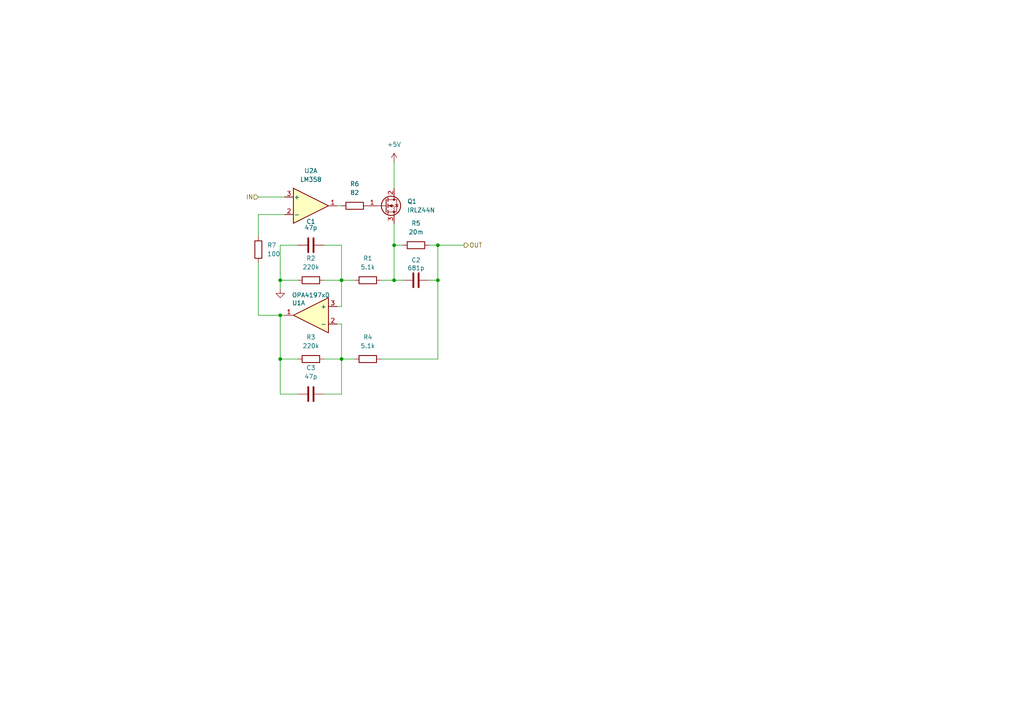
<source format=kicad_sch>
(kicad_sch (version 20250114) (generator "eeschema") (generator_version "9.0")
  (paper "A4")
  (lib_symbols
    (symbol "Amplifier_Operational:LM358" (pin_names (offset 0.127))
      (property "Reference" "U" (at 0 5.08 0))
      (property "Value" "LM358" (at 0 -5.08 0))
      (symbol "LM358_1_1"
        (polyline (pts (xy -5.08 5.08) (xy 5.08 0) (xy -5.08 -5.08) (xy -5.08 5.08)) (stroke (width 0.254)) (fill (type background)))
        (pin input line (at -7.62 2.54 0) (length 2.54) (name "+") (number "3"))
        (pin input line (at -7.62 -2.54 0) (length 2.54) (name "-") (number "2"))
        (pin output line (at 7.62 0 180) (length 2.54) (name "~") (number "1"))
      )
      (symbol "LM358_2_1"
        (polyline (pts (xy -5.08 5.08) (xy 5.08 0) (xy -5.08 -5.08) (xy -5.08 5.08)) (stroke (width 0.254)) (fill (type background)))
        (pin input line (at -7.62 2.54 0) (length 2.54) (name "+") (number "5"))
        (pin input line (at -7.62 -2.54 0) (length 2.54) (name "-") (number "6"))
        (pin output line (at 7.62 0 180) (length 2.54) (name "~") (number "7"))
      )
      (symbol "LM358_3_1"
        (pin power_in line (at -2.54 7.62 270) (length 3.81) (name "V+") (number "8"))
        (pin power_in line (at -2.54 -7.62 90) (length 3.81) (name "V-") (number "4"))
      )
    )
    (symbol "Amplifier_Operational:OPA4197xD"
      (property "Reference" "U" (at 0 3.81 0))
      (property "Value" "OPA4197xD" (at 0 -3.81 0))
      (symbol "OPA4197xD_1_1"
        (polyline (pts (xy -5.08 5.08) (xy 5.08 0) (xy -5.08 -5.08) (xy -5.08 5.08)) (stroke (width 0.254)) (fill (type background)))
        (pin input line (at -7.62 2.54 0) (length 2.54) (name "+") (number "3"))
        (pin input line (at -7.62 -2.54 0) (length 2.54) (name "-") (number "2"))
        (pin output line (at 7.62 0 180) (length 2.54) (name "~") (number "1"))
      )
      (symbol "OPA4197xD_2_1"
        (polyline (pts (xy -5.08 5.08) (xy 5.08 0) (xy -5.08 -5.08) (xy -5.08 5.08)) (stroke (width 0.254)) (fill (type background)))
        (pin input line (at -7.62 2.54 0) (length 2.54) (name "+") (number "5"))
        (pin input line (at -7.62 -2.54 0) (length 2.54) (name "-") (number "6"))
        (pin output line (at 7.62 0 180) (length 2.54) (name "~") (number "7"))
      )
      (symbol "OPA4197xD_3_1"
        (polyline (pts (xy -5.08 5.08) (xy 5.08 0) (xy -5.08 -5.08) (xy -5.08 5.08)) (stroke (width 0.254)) (fill (type background)))
        (pin input line (at -7.62 2.54 0) (length 2.54) (name "+") (number "10"))
        (pin input line (at -7.62 -2.54 0) (length 2.54) (name "-") (number "9"))
        (pin output line (at 7.62 0 180) (length 2.54) (name "~") (number "8"))
      )
      (symbol "OPA4197xD_4_1"
        (polyline (pts (xy -5.08 5.08) (xy 5.08 0) (xy -5.08 -5.08) (xy -5.08 5.08)) (stroke (width 0.254)) (fill (type background)))
        (pin input line (at -7.62 2.54 0) (length 2.54) (name "+") (number "12"))
        (pin input line (at -7.62 -2.54 0) (length 2.54) (name "-") (number "13"))
        (pin output line (at 7.62 0 180) (length 2.54) (name "~") (number "14"))
      )
      (symbol "OPA4197xD_5_1"
        (pin power_in line (at -2.54 7.62 270) (length 3.81) (name "V+") (number "4"))
        (pin power_in line (at -2.54 -7.62 90) (length 3.81) (name "V-") (number "11"))
      )
    )
    (symbol "Device:C" (pin_numbers (hide yes)) (pin_names (offset 0.254))
      (property "Reference" "C" (at 0.635 2.54 0))
      (property "Value" "C" (at 0.635 -2.54 0))
      (symbol "C_0_1"
        (polyline (pts (xy -2.032 0.762) (xy 2.032 0.762)) (stroke (width 0.508)))
        (polyline (pts (xy -2.032 -0.762) (xy 2.032 -0.762)) (stroke (width 0.508)))
      )
      (symbol "C_1_1"
        (pin passive line (at 0 3.81 270) (length 2.794) (name "~") (number "1"))
        (pin passive line (at 0 -3.81 90) (length 2.794) (name "~") (number "2"))
      )
    )
    (symbol "Device:R" (pin_numbers (hide yes)) (pin_names (offset 0))
      (property "Reference" "R" (at 2.032 0 90))
      (property "Value" "R" (at 0 0 90))
      (symbol "R_0_1"
        (rectangle (start -1.016 -2.54) (end 1.016 2.54) (stroke (width 0.254)))
      )
      (symbol "R_1_1"
        (pin passive line (at 0 3.81 270) (length 1.27) (name "~") (number "1"))
        (pin passive line (at 0 -3.81 90) (length 1.27) (name "~") (number "2"))
      )
    )
    (symbol "Transistor_FET:IRLZ44N" (pin_names (hide yes))
      (property "Reference" "Q" (at 5.08 1.905 0))
      (property "Value" "IRLZ44N" (at 5.08 0 0))
      (symbol "IRLZ44N_0_1"
        (polyline (pts (xy 0.254 1.905) (xy 0.254 -1.905)) (stroke (width 0.254)))
        (polyline (pts (xy 0.254 0) (xy -2.54 0)))
        (polyline (pts (xy 0.762 2.286) (xy 0.762 1.27)) (stroke (width 0.254)))
        (polyline (pts (xy 0.762 0.508) (xy 0.762 -0.508)) (stroke (width 0.254)))
        (polyline (pts (xy 0.762 -1.27) (xy 0.762 -2.286)) (stroke (width 0.254)))
        (polyline (pts (xy 0.762 -1.778) (xy 3.302 -1.778) (xy 3.302 1.778) (xy 0.762 1.778)))
        (polyline (pts (xy 1.016 0) (xy 2.032 0.381) (xy 2.032 -0.381) (xy 1.016 0)) (fill (type outline)))
        (circle (center 1.651 0) (radius 2.794) (stroke (width 0.254)))
        (polyline (pts (xy 2.54 2.54) (xy 2.54 1.778)))
        (circle (center 2.54 1.778) (radius 0.254) (fill (type outline)))
        (circle (center 2.54 -1.778) (radius 0.254) (fill (type outline)))
        (polyline (pts (xy 2.54 -2.54) (xy 2.54 0) (xy 0.762 0)))
        (polyline (pts (xy 2.794 0.508) (xy 2.921 0.381) (xy 3.683 0.381) (xy 3.81 0.254)))
        (polyline (pts (xy 3.302 0.381) (xy 2.921 -0.254) (xy 3.683 -0.254) (xy 3.302 0.381)))
      )
      (symbol "IRLZ44N_1_1"
        (pin input line (at -5.08 0 0) (length 2.54) (name "G") (number "1"))
        (pin passive line (at 2.54 5.08 270) (length 2.54) (name "D") (number "2"))
        (pin passive line (at 2.54 -5.08 90) (length 2.54) (name "S") (number "3"))
      )
    )
    (symbol "power:+5V" (power) (pin_numbers (hide yes)) (pin_names (offset 0) (hide yes))
      (property "Value" "+5V" (at 0 3.556 0))
      (symbol "+5V_0_1"
        (polyline (pts (xy -0.762 1.27) (xy 0 2.54)))
        (polyline (pts (xy 0 2.54) (xy 0.762 1.27)))
        (polyline (pts (xy 0 0) (xy 0 2.54)))
      )
      (symbol "+5V_1_1"
        (pin power_in line (at 0 0 90) (length 0) (name "~") (number "1"))
      )
    )
    (symbol "power:GND" (power) (pin_numbers (hide yes)) (pin_names (offset 0) (hide yes))
      (property "Value" "GND" (at 0 -3.81 0))
      (symbol "GND_0_1"
        (polyline (pts (xy 0 0) (xy 0 -1.27) (xy 1.27 -1.27) (xy 0 -2.54) (xy -1.27 -1.27) (xy 0 -1.27)))
      )
      (symbol "GND_1_1"
        (pin power_in line (at 0 0 270) (length 0) (name "~") (number "1"))
      )
    )
  )
  (junction (at 127 71.12))
  (junction (at 81.28 81.28))
  (junction (at 81.28 91.44))
  (junction (at 81.28 104.14))
  (junction (at 99.06 104.14))
  (junction (at 99.06 81.28))
  (junction (at 114.3 81.28))
  (junction (at 127 81.28))
  (junction (at 114.3 71.12))
  (wire (pts (xy 81.28 114.3) (xy 81.28 104.14)))
  (wire (pts (xy 110.49 81.28) (xy 114.3 81.28)))
  (wire (pts (xy 81.28 81.28) (xy 81.28 83.82)))
  (wire (pts (xy 97.79 88.9) (xy 99.06 88.9)))
  (wire (pts (xy 99.06 88.9) (xy 99.06 81.28)))
  (wire (pts (xy 99.06 81.28) (xy 102.87 81.28)))
  (wire (pts (xy 114.3 46.99) (xy 114.3 54.61)))
  (wire (pts (xy 93.98 104.14) (xy 99.06 104.14)))
  (wire (pts (xy 110.49 104.14) (xy 127 104.14)))
  (wire (pts (xy 81.28 104.14) (xy 81.28 91.44)))
  (wire (pts (xy 74.93 57.15) (xy 82.55 57.15)))
  (wire (pts (xy 99.06 104.14) (xy 102.87 104.14)))
  (wire (pts (xy 74.93 68.58) (xy 74.93 62.23)))
  (wire (pts (xy 97.79 93.98) (xy 99.06 93.98)))
  (wire (pts (xy 127 71.12) (xy 134.62 71.12)))
  (wire (pts (xy 114.3 81.28) (xy 116.84 81.28)))
  (wire (pts (xy 99.06 93.98) (xy 99.06 104.14)))
  (wire (pts (xy 116.84 71.12) (xy 114.3 71.12)))
  (wire (pts (xy 81.28 91.44) (xy 74.93 91.44)))
  (wire (pts (xy 99.06 81.28) (xy 93.98 81.28)))
  (wire (pts (xy 97.79 59.69) (xy 99.06 59.69)))
  (wire (pts (xy 81.28 71.12) (xy 81.28 81.28)))
  (wire (pts (xy 114.3 71.12) (xy 114.3 81.28)))
  (wire (pts (xy 74.93 62.23) (xy 82.55 62.23)))
  (wire (pts (xy 86.36 114.3) (xy 81.28 114.3)))
  (wire (pts (xy 81.28 81.28) (xy 86.36 81.28)))
  (wire (pts (xy 124.46 81.28) (xy 127 81.28)))
  (wire (pts (xy 93.98 114.3) (xy 99.06 114.3)))
  (wire (pts (xy 99.06 71.12) (xy 99.06 81.28)))
  (wire (pts (xy 114.3 64.77) (xy 114.3 71.12)))
  (wire (pts (xy 93.98 71.12) (xy 99.06 71.12)))
  (wire (pts (xy 127 71.12) (xy 127 81.28)))
  (wire (pts (xy 124.46 71.12) (xy 127 71.12)))
  (wire (pts (xy 86.36 104.14) (xy 81.28 104.14)))
  (wire (pts (xy 127 104.14) (xy 127 81.28)))
  (wire (pts (xy 99.06 114.3) (xy 99.06 104.14)))
  (wire (pts (xy 81.28 91.44) (xy 82.55 91.44)))
  (wire (pts (xy 86.36 71.12) (xy 81.28 71.12)))
  (wire (pts (xy 74.93 91.44) (xy 74.93 76.2)))
  (hierarchical_label "OUT" (shape output) (at 134.62 71.12 0))
  (hierarchical_label "IN" (shape input) (at 74.93 57.15 180))
  (symbol (lib_id "power:GND") (at 81.28 83.82 0) (unit 1)
    (property "Reference" "#PWR01" (effects (hide yes)))
    (property "Value" "GND" (effects (hide yes)))
    (property "Description" "Power symbol creates a global label with name \"GND\" , ground" (effects (hide yes)))
  )
  (symbol (lib_id "Transistor_FET:IRLZ44N") (at 111.76 59.69 0) (unit 1)
    (property "Reference" "Q1" (at 118.11 58.4199 0) (effects (justify left)))
    (property "Value" "IRLZ44N" (at 118.11 60.9599 0) (effects (justify left)))
    (property "Footprint" "Package_TO_SOT_THT:TO-220-3_Vertical" (effects (hide yes)))
    (property "Datasheet" "http://www.irf.com/product-info/datasheets/data/irlz44n.pdf" (effects (hide yes)))
    (property "Description" "47A Id, 55V Vds, 22mOhm Rds Single N-Channel HEXFET Power MOSFET, TO-220AB" (effects (hide yes)))
  )
  (symbol (lib_id "Device:C") (at 120.65 81.28 90) (unit 1)
    (property "Reference" "C2" (at 120.65 75.438 90))
    (property "Value" "681p" (at 120.65 77.724 90))
    (property "Description" "Unpolarized capacitor" (effects (hide yes)))
  )
  (symbol (lib_id "Device:R") (at 90.17 81.28 90) (unit 1)
    (property "Reference" "R2" (at 90.17 74.93 90))
    (property "Value" "220k" (at 90.17 77.47 90))
    (property "Description" "Resistor" (effects (hide yes)))
  )
  (symbol (lib_id "Device:R") (at 120.65 71.12 90) (unit 1)
    (property "Reference" "R5" (at 120.65 64.77 90))
    (property "Value" "20m" (at 120.65 67.31 90))
    (property "Description" "Resistor" (effects (hide yes)))
  )
  (symbol (lib_id "Device:R") (at 106.68 81.28 90) (unit 1)
    (property "Reference" "R1" (at 106.68 74.93 90))
    (property "Value" "5.1k" (at 106.68 77.47 90))
    (property "Description" "Resistor" (effects (hide yes)))
  )
  (symbol (lib_id "Device:C") (at 90.17 71.12 90) (unit 1)
    (property "Reference" "C1" (at 90.17 64.262 90))
    (property "Value" "47p" (at 90.17 66.04 90))
    (property "Description" "Unpolarized capacitor" (effects (hide yes)))
  )
  (symbol (lib_id "Device:R") (at 106.68 104.14 90) (unit 1)
    (property "Reference" "R4" (at 106.68 97.79 90))
    (property "Value" "5.1k" (at 106.68 100.33 90))
    (property "Description" "Resistor" (effects (hide yes)))
  )
  (symbol (lib_id "Amplifier_Operational:OPA4197xD") (at 90.17 91.44 0) (mirror y) (unit 1)
    (property "Reference" "U1" (at 86.614 87.884 0))
    (property "Value" "OPA4197xD" (at 90.17 85.598 0))
    (property "Footprint" "Package_SO:SOIC-14_3.9x8.7mm_P1.27mm" (effects (hide yes)))
    (property "Datasheet" "http://www.ti.com/lit/ds/symlink/opa4197.pdf" (effects (hide yes)))
    (property "Description" "Quad 36V, Precision, Rail-to-Rail Input/Output, Low Offset Voltage, Operational Amplifier, SOIC-14" (effects (hide yes)))
  )
  (symbol (lib_id "Device:R") (at 74.93 72.39 180) (unit 1)
    (property "Reference" "R7" (at 77.47 71.1199 0) (effects (justify right)))
    (property "Value" "100" (at 77.47 73.6599 0) (effects (justify right)))
    (property "Description" "Resistor" (effects (hide yes)))
  )
  (symbol (lib_id "Device:R") (at 102.87 59.69 90) (unit 1)
    (property "Reference" "R6" (at 102.87 53.34 90))
    (property "Value" "82" (at 102.87 55.88 90))
    (property "Description" "Resistor" (effects (hide yes)))
  )
  (symbol (lib_id "Amplifier_Operational:LM358") (at 90.17 59.69 0) (unit 1)
    (property "Reference" "U2" (at 90.17 49.53 0))
    (property "Value" "LM358" (at 90.17 52.07 0))
    (property "Datasheet" "http://www.ti.com/lit/ds/symlink/lm2904-n.pdf" (effects (hide yes)))
    (property "Description" "Low-Power, Dual Operational Amplifiers, DIP-8/SOIC-8/TO-99-8" (effects (hide yes)))
  )
  (symbol (lib_id "power:+5V") (at 114.3 46.99 0) (unit 1)
    (property "Reference" "#PWR02" (effects (hide yes)))
    (property "Value" "+5V" (at 114.3 41.91 0))
    (property "Description" "Power symbol creates a global label with name \"+5V\"" (effects (hide yes)))
  )
  (symbol (lib_id "Device:C") (at 90.17 114.3 90) (unit 1)
    (property "Reference" "C3" (at 90.17 106.68 90))
    (property "Value" "47p" (at 90.17 109.22 90))
    (property "Description" "Unpolarized capacitor" (effects (hide yes)))
  )
  (symbol (lib_id "Device:R") (at 90.17 104.14 90) (unit 1)
    (property "Reference" "R3" (at 90.17 97.79 90))
    (property "Value" "220k" (at 90.17 100.33 90))
    (property "Description" "Resistor" (effects (hide yes)))
  )
)
</source>
